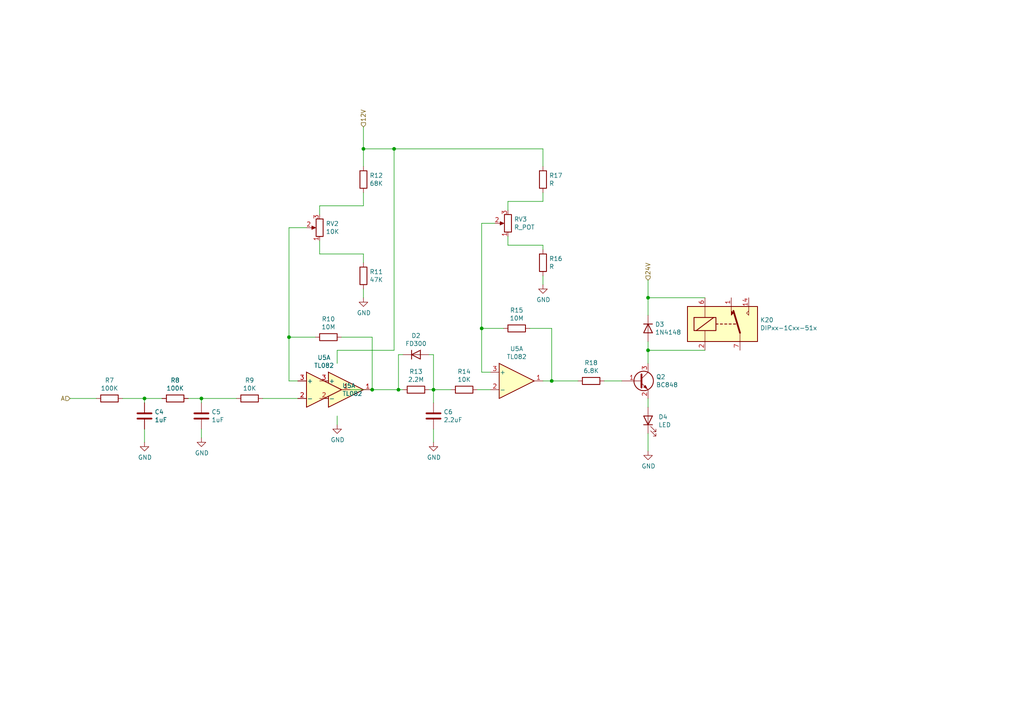
<source format=kicad_sch>
(kicad_sch (version 20210621) (generator eeschema)
  (paper "A4")
  (lib_symbols
    (symbol "Amplifier_Operational:TL082" (pin_names (offset 0.127))
      (property "Reference" "U" (at 0 5.08 0))
      (property "Value" "Amplifier_Operational_TL082" (at 0 -5.08 0))
      (symbol "TL082_1_1"
        (polyline (pts (xy -5.08 5.08) (xy 5.08 0) (xy -5.08 -5.08) (xy -5.08 5.08)) (stroke (width 0.254)) (fill (type background)))
        (pin output line (at 7.62 0 180) (length 2.54) (name "~") (number "1"))
        (pin input line (at -7.62 -2.54 0) (length 2.54) (name "-") (number "2"))
        (pin input line (at -7.62 2.54 0) (length 2.54) (name "+") (number "3"))
      )
      (symbol "TL082_2_1"
        (polyline (pts (xy -5.08 5.08) (xy 5.08 0) (xy -5.08 -5.08) (xy -5.08 5.08)) (stroke (width 0.254)) (fill (type background)))
        (pin input line (at -7.62 2.54 0) (length 2.54) (name "+") (number "5"))
        (pin input line (at -7.62 -2.54 0) (length 2.54) (name "-") (number "6"))
        (pin output line (at 7.62 0 180) (length 2.54) (name "~") (number "7"))
      )
      (symbol "TL082_3_1"
        (pin power_in line (at -2.54 -7.62 90) (length 3.81) (name "V-") (number "4"))
        (pin power_in line (at -2.54 7.62 270) (length 3.81) (name "V+") (number "8"))
      )
    )
    (symbol "Device:C" (pin_numbers hide) (pin_names (offset 0.254))
      (property "Reference" "C" (at 0.635 2.54 0))
      (property "Value" "Device_C" (at 0.635 -2.54 0))
      (symbol "C_0_1"
        (polyline (pts (xy -2.032 -0.762) (xy 2.032 -0.762)) (stroke (width 0.508)))
        (polyline (pts (xy -2.032 0.762) (xy 2.032 0.762)) (stroke (width 0.508)))
      )
      (symbol "C_1_1"
        (pin passive line (at 0 3.81 270) (length 2.794) (name "~") (number "1"))
        (pin passive line (at 0 -3.81 90) (length 2.794) (name "~") (number "2"))
      )
    )
    (symbol "Device:D" (pin_numbers hide) (pin_names (offset 1.016) hide)
      (property "Reference" "D" (at 0 2.54 0))
      (property "Value" "Device_D" (at 0 -2.54 0))
      (symbol "D_0_1"
        (polyline (pts (xy -1.27 1.27) (xy -1.27 -1.27)) (stroke (width 0.254)))
        (polyline (pts (xy 1.27 0) (xy -1.27 0)))
        (polyline (pts (xy 1.27 1.27) (xy 1.27 -1.27) (xy -1.27 0) (xy 1.27 1.27)) (stroke (width 0.254)))
      )
      (symbol "D_1_1"
        (pin passive line (at -3.81 0 0) (length 2.54) (name "K") (number "1"))
        (pin passive line (at 3.81 0 180) (length 2.54) (name "A") (number "2"))
      )
    )
    (symbol "Device:LED" (pin_numbers hide) (pin_names (offset 1.016) hide)
      (property "Reference" "D" (at 0 2.54 0))
      (property "Value" "Device_LED" (at 0 -2.54 0))
      (symbol "LED_0_1"
        (polyline (pts (xy -1.27 -1.27) (xy -1.27 1.27)) (stroke (width 0.254)))
        (polyline (pts (xy -1.27 0) (xy 1.27 0)))
        (polyline (pts (xy 1.27 -1.27) (xy 1.27 1.27) (xy -1.27 0) (xy 1.27 -1.27)) (stroke (width 0.254)))
        (polyline (pts (xy -3.048 -0.762) (xy -4.572 -2.286) (xy -3.81 -2.286) (xy -4.572 -2.286) (xy -4.572 -1.524)))
        (polyline (pts (xy -1.778 -0.762) (xy -3.302 -2.286) (xy -2.54 -2.286) (xy -3.302 -2.286) (xy -3.302 -1.524)))
      )
      (symbol "LED_1_1"
        (pin passive line (at -3.81 0 0) (length 2.54) (name "K") (number "1"))
        (pin passive line (at 3.81 0 180) (length 2.54) (name "A") (number "2"))
      )
    )
    (symbol "Device:R" (pin_numbers hide) (pin_names (offset 0))
      (property "Reference" "R" (at 2.032 0 90))
      (property "Value" "Device_R" (at 0 0 90))
      (symbol "R_0_1"
        (rectangle (start -1.016 -2.54) (end 1.016 2.54) (stroke (width 0.254)))
      )
      (symbol "R_1_1"
        (pin passive line (at 0 3.81 270) (length 1.27) (name "~") (number "1"))
        (pin passive line (at 0 -3.81 90) (length 1.27) (name "~") (number "2"))
      )
    )
    (symbol "Device:R_POT" (pin_names (offset 1.016) hide)
      (property "Reference" "RV" (at -4.445 0 90))
      (property "Value" "Device_R_POT" (at -2.54 0 90))
      (symbol "R_POT_0_1"
        (polyline (pts (xy 2.54 0) (xy 1.524 0)))
        (polyline (pts (xy 1.143 0) (xy 2.286 0.508) (xy 2.286 -0.508) (xy 1.143 0)) (fill (type outline)))
        (rectangle (start 1.016 2.54) (end -1.016 -2.54) (stroke (width 0.254)))
      )
      (symbol "R_POT_1_1"
        (pin passive line (at 0 3.81 270) (length 1.27) (name "1") (number "1"))
        (pin passive line (at 3.81 0 180) (length 1.27) (name "2") (number "2"))
        (pin passive line (at 0 -3.81 90) (length 1.27) (name "3") (number "3"))
      )
    )
    (symbol "Diode:1N4148" (pin_numbers hide) (pin_names (offset 1.016) hide)
      (property "Reference" "D" (at 0 2.54 0))
      (property "Value" "Diode_1N4148" (at 0 -2.54 0))
      (symbol "1N4148_0_1"
        (polyline (pts (xy -1.27 1.27) (xy -1.27 -1.27)) (stroke (width 0.254)))
        (polyline (pts (xy 1.27 0) (xy -1.27 0)))
        (polyline (pts (xy 1.27 1.27) (xy 1.27 -1.27) (xy -1.27 0) (xy 1.27 1.27)) (stroke (width 0.254)))
      )
      (symbol "1N4148_1_1"
        (pin passive line (at -3.81 0 0) (length 2.54) (name "K") (number "1"))
        (pin passive line (at 3.81 0 180) (length 2.54) (name "A") (number "2"))
      )
    )
    (symbol "Relay:DIPxx-1Cxx-51x"
      (property "Reference" "K" (at 11.43 3.81 0))
      (property "Value" "Relay_DIPxx-1Cxx-51x" (at 11.43 1.27 0))
      (symbol "DIPxx-1Cxx-51x_0_0"
        (polyline (pts (xy 2.54 5.08) (xy 2.54 2.54) (xy 3.175 3.175) (xy 2.54 3.81)) (fill (type outline)))
        (polyline (pts (xy 7.62 5.08) (xy 7.62 2.54) (xy 6.985 3.175) (xy 7.62 3.81)))
      )
      (symbol "DIPxx-1Cxx-51x_0_1"
        (rectangle (start -10.16 5.08) (end 10.16 -5.08) (stroke (width 0.254)) (fill (type background)))
        (rectangle (start -8.255 1.905) (end -1.905 -1.905) (stroke (width 0.254)))
        (polyline (pts (xy -7.62 -1.905) (xy -2.54 1.905)) (stroke (width 0.254)))
        (polyline (pts (xy -5.08 -5.08) (xy -5.08 -1.905)))
        (polyline (pts (xy -5.08 5.08) (xy -5.08 1.905)))
        (polyline (pts (xy -1.905 0) (xy -1.27 0)) (stroke (width 0.254)))
        (polyline (pts (xy -0.635 0) (xy 0 0)) (stroke (width 0.254)))
        (polyline (pts (xy 0.635 0) (xy 1.27 0)) (stroke (width 0.254)))
        (polyline (pts (xy 1.905 0) (xy 2.54 0)) (stroke (width 0.254)))
        (polyline (pts (xy 3.175 0) (xy 3.81 0)) (stroke (width 0.254)))
        (polyline (pts (xy 5.08 -2.54) (xy 3.175 3.81)) (stroke (width 0.508)))
        (polyline (pts (xy 5.08 -2.54) (xy 5.08 -5.08)))
      )
      (symbol "DIPxx-1Cxx-51x_1_1"
        (pin passive line (at 2.54 7.62 270) (length 2.54) (name "~") (number "1"))
        (pin passive line (at 7.62 7.62 270) (length 2.54) (name "~") (number "14"))
        (pin passive line (at -5.08 -7.62 90) (length 2.54) (name "~") (number "2"))
        (pin passive line (at -5.08 7.62 270) (length 2.54) (name "~") (number "6"))
        (pin passive line (at 5.08 -7.62 90) (length 2.54) (name "~") (number "7"))
        (pin passive line (at 5.08 -7.62 90) (length 2.54) hide (name "~") (number "8"))
      )
    )
    (symbol "Transistor_BJT:BC848" (pin_names (offset 0) hide)
      (property "Reference" "Q" (at 5.08 1.905 0))
      (property "Value" "Transistor_BJT_BC848" (at 5.08 0 0))
      (symbol "BC848_0_1"
        (polyline (pts (xy 0.635 0.635) (xy 2.54 2.54)))
        (polyline (pts (xy 0.635 -0.635) (xy 2.54 -2.54) (xy 2.54 -2.54)))
        (polyline (pts (xy 0.635 1.905) (xy 0.635 -1.905) (xy 0.635 -1.905)) (stroke (width 0.508)))
        (polyline (pts (xy 1.27 -1.778) (xy 1.778 -1.27) (xy 2.286 -2.286) (xy 1.27 -1.778) (xy 1.27 -1.778)) (fill (type outline)))
        (circle (center 1.27 0) (radius 2.8194) (stroke (width 0.254)))
      )
      (symbol "BC848_1_1"
        (pin input line (at -5.08 0 0) (length 5.715) (name "B") (number "1"))
        (pin passive line (at 2.54 -5.08 90) (length 2.54) (name "E") (number "2"))
        (pin passive line (at 2.54 5.08 270) (length 2.54) (name "C") (number "3"))
      )
    )
    (symbol "power:GND" (power) (pin_names (offset 0))
      (property "Value" "power_GND" (at 0 -3.81 0))
      (symbol "GND_0_1"
        (polyline (pts (xy 0 0) (xy 0 -1.27) (xy 1.27 -1.27) (xy 0 -2.54) (xy -1.27 -1.27) (xy 0 -1.27)))
      )
      (symbol "GND_1_1"
        (pin power_in line (at 0 0 270) (length 0) hide (name "GND") (number "1"))
      )
    )
  )
  (junction (at 41.91 115.57))
  (junction (at 187.96 101.6))
  (junction (at 125.73 113.03))
  (junction (at 105.41 43.18))
  (junction (at 83.82 97.79))
  (junction (at 115.57 113.03))
  (junction (at 107.95 113.03))
  (junction (at 160.02 110.49))
  (junction (at 187.96 86.36))
  (junction (at 114.3 43.18))
  (junction (at 139.7 95.25))
  (junction (at 58.42 115.57))
  (wire (pts (xy 88.9 66.04) (xy 83.82 66.04)))
  (wire (pts (xy 204.47 101.6) (xy 187.96 101.6)))
  (wire (pts (xy 83.82 110.49) (xy 83.82 97.79)))
  (wire (pts (xy 125.73 128.27) (xy 125.73 124.46)))
  (wire (pts (xy 92.71 73.66) (xy 105.41 73.66)))
  (wire (pts (xy 147.32 68.58) (xy 147.32 71.12)))
  (wire (pts (xy 58.42 115.57) (xy 68.58 115.57)))
  (wire (pts (xy 125.73 113.03) (xy 125.73 116.84)))
  (wire (pts (xy 105.41 86.36) (xy 105.41 83.82)))
  (wire (pts (xy 105.41 43.18) (xy 114.3 43.18)))
  (wire (pts (xy 147.32 71.12) (xy 157.48 71.12)))
  (wire (pts (xy 97.79 123.19) (xy 97.79 120.65)))
  (wire (pts (xy 54.61 115.57) (xy 58.42 115.57)))
  (wire (pts (xy 157.48 80.01) (xy 157.48 82.55)))
  (wire (pts (xy 92.71 62.23) (xy 92.71 59.69)))
  (wire (pts (xy 187.96 130.81) (xy 187.96 125.73)))
  (wire (pts (xy 114.3 43.18) (xy 157.48 43.18)))
  (wire (pts (xy 124.46 113.03) (xy 125.73 113.03)))
  (wire (pts (xy 187.96 81.28) (xy 187.96 86.36)))
  (wire (pts (xy 105.41 73.66) (xy 105.41 76.2)))
  (wire (pts (xy 83.82 66.04) (xy 83.82 97.79)))
  (wire (pts (xy 41.91 115.57) (xy 46.99 115.57)))
  (wire (pts (xy 97.79 105.41) (xy 97.79 101.6)))
  (wire (pts (xy 20.32 115.57) (xy 27.94 115.57)))
  (wire (pts (xy 175.26 110.49) (xy 180.34 110.49)))
  (wire (pts (xy 58.42 115.57) (xy 58.42 116.84)))
  (wire (pts (xy 187.96 86.36) (xy 187.96 91.44)))
  (wire (pts (xy 41.91 116.84) (xy 41.91 115.57)))
  (wire (pts (xy 157.48 43.18) (xy 157.48 48.26)))
  (wire (pts (xy 92.71 59.69) (xy 105.41 59.69)))
  (wire (pts (xy 139.7 107.95) (xy 142.24 107.95)))
  (wire (pts (xy 160.02 110.49) (xy 157.48 110.49)))
  (wire (pts (xy 167.64 110.49) (xy 160.02 110.49)))
  (wire (pts (xy 105.41 59.69) (xy 105.41 55.88)))
  (wire (pts (xy 153.67 95.25) (xy 160.02 95.25)))
  (wire (pts (xy 187.96 118.11) (xy 187.96 115.57)))
  (wire (pts (xy 139.7 64.77) (xy 139.7 95.25)))
  (wire (pts (xy 115.57 102.87) (xy 115.57 113.03)))
  (wire (pts (xy 86.36 110.49) (xy 83.82 110.49)))
  (wire (pts (xy 124.46 102.87) (xy 125.73 102.87)))
  (wire (pts (xy 138.43 113.03) (xy 142.24 113.03)))
  (wire (pts (xy 35.56 115.57) (xy 41.91 115.57)))
  (wire (pts (xy 146.05 95.25) (xy 139.7 95.25)))
  (wire (pts (xy 160.02 95.25) (xy 160.02 110.49)))
  (wire (pts (xy 105.41 43.18) (xy 105.41 48.26)))
  (wire (pts (xy 125.73 102.87) (xy 125.73 113.03)))
  (wire (pts (xy 115.57 113.03) (xy 116.84 113.03)))
  (wire (pts (xy 187.96 105.41) (xy 187.96 101.6)))
  (wire (pts (xy 147.32 60.96) (xy 147.32 58.42)))
  (wire (pts (xy 105.41 36.83) (xy 105.41 43.18)))
  (wire (pts (xy 99.06 97.79) (xy 107.95 97.79)))
  (wire (pts (xy 107.95 97.79) (xy 107.95 113.03)))
  (wire (pts (xy 139.7 95.25) (xy 139.7 107.95)))
  (wire (pts (xy 204.47 86.36) (xy 187.96 86.36)))
  (wire (pts (xy 41.91 128.27) (xy 41.91 124.46)))
  (wire (pts (xy 157.48 58.42) (xy 157.48 55.88)))
  (wire (pts (xy 107.95 113.03) (xy 101.6 113.03)))
  (wire (pts (xy 143.51 64.77) (xy 139.7 64.77)))
  (wire (pts (xy 147.32 58.42) (xy 157.48 58.42)))
  (wire (pts (xy 92.71 69.85) (xy 92.71 73.66)))
  (wire (pts (xy 58.42 127) (xy 58.42 124.46)))
  (wire (pts (xy 83.82 97.79) (xy 91.44 97.79)))
  (wire (pts (xy 157.48 71.12) (xy 157.48 72.39)))
  (wire (pts (xy 114.3 101.6) (xy 114.3 43.18)))
  (wire (pts (xy 125.73 113.03) (xy 130.81 113.03)))
  (wire (pts (xy 76.2 115.57) (xy 86.36 115.57)))
  (wire (pts (xy 116.84 102.87) (xy 115.57 102.87)))
  (wire (pts (xy 107.95 113.03) (xy 115.57 113.03)))
  (wire (pts (xy 187.96 101.6) (xy 187.96 99.06)))
  (wire (pts (xy 97.79 101.6) (xy 114.3 101.6)))
  (hierarchical_label "24V" (shape input) (at 187.96 81.28 90))
  (hierarchical_label "A" (shape input) (at 20.32 115.57 180))
  (hierarchical_label "12V" (shape input) (at 105.41 36.83 90))
  (symbol (lib_id "Device:R") (at 31.75 115.57 270)
    (property "Reference" "R7" (at 31.75 110.3122 90))
    (property "Value" "100K" (at 31.75 112.6236 90))
    (property "Footprint" "Resistor_SMD:R_0603_1608Metric_Pad0.98x0.95mm_HandSolder" (effects hide))
  )
  (symbol (lib_id "Device:C") (at 41.91 120.65 0)
    (property "Reference" "C4" (at 44.831 119.4816 0) (effects (justify left)))
    (property "Value" "1uF" (at 44.831 121.793 0) (effects (justify left)))
    (property "Footprint" "Capacitor_SMD:C_0603_1608Metric_Pad1.08x0.95mm_HandSolder" (effects hide))
  )
  (symbol (lib_id "Device:R") (at 50.8 115.57 270)
    (property "Reference" "R8" (at 50.8 110.3122 90))
    (property "Value" "100K" (at 50.8 112.6236 90))
    (property "Footprint" "Resistor_SMD:R_0603_1608Metric_Pad0.98x0.95mm_HandSolder" (effects hide))
  )
  (symbol (lib_id "Device:C") (at 58.42 120.65 0)
    (property "Reference" "C5" (at 61.341 119.4816 0) (effects (justify left)))
    (property "Value" "1uF" (at 61.341 121.793 0) (effects (justify left)))
    (property "Footprint" "Capacitor_SMD:C_0603_1608Metric_Pad1.08x0.95mm_HandSolder" (effects hide))
  )
  (symbol (lib_id "power:GND") (at 58.42 127 0)
    (property "Reference" "#PWR0116" (effects hide))
    (property "Value" "GND" (at 58.547 131.3942 0))
  )
  (symbol (lib_id "power:GND") (at 41.91 128.27 0)
    (property "Reference" "#PWR0117" (effects hide))
    (property "Value" "GND" (at 42.037 132.6642 0))
  )
  (symbol (lib_id "Device:R") (at 105.41 52.07 0)
    (property "Reference" "R12" (at 107.188 50.9016 0) (effects (justify left)))
    (property "Value" "68K" (at 107.188 53.213 0) (effects (justify left)))
    (property "Footprint" "Resistor_SMD:R_0603_1608Metric_Pad0.98x0.95mm_HandSolder" (effects hide))
  )
  (symbol (lib_id "power:GND") (at 105.41 86.36 0)
    (property "Reference" "#PWR0118" (effects hide))
    (property "Value" "GND" (at 105.537 90.7542 0))
  )
  (symbol (lib_id "Relay:DIPxx-1Cxx-51x") (at 209.55 93.98 0)
    (property "Reference" "K20" (at 220.472 92.8116 0) (effects (justify left)))
    (property "Value" "DIPxx-1Cxx-51x" (at 220.472 95.123 0) (effects (justify left)))
    (property "Footprint" "Relay_THT:Relay_StandexMeder_DIP_LowProfile" (effects hide))
    (property "Datasheet" "https://standexelectronics.com/wp-content/uploads/datasheet_reed_relay_DIP.pdf" (effects hide))
  )
  (symbol (lib_id "Device:R") (at 120.65 113.03 270)
    (property "Reference" "R13" (at 120.65 107.7722 90))
    (property "Value" "2.2M" (at 120.65 110.0836 90))
    (property "Footprint" "Resistor_SMD:R_0603_1608Metric_Pad0.98x0.95mm_HandSolder" (effects hide))
  )
  (symbol (lib_id "Device:D") (at 120.65 102.87 0)
    (property "Reference" "D2" (at 120.65 97.3582 0))
    (property "Value" "FD300" (at 120.65 99.6696 0))
    (property "Footprint" "Diode_SMD:D_0603_1608Metric_Pad1.05x0.95mm_HandSolder" (effects hide))
  )
  (symbol (lib_id "Device:C") (at 125.73 120.65 0)
    (property "Reference" "C6" (at 128.651 119.4816 0) (effects (justify left)))
    (property "Value" "2.2uF" (at 128.651 121.793 0) (effects (justify left)))
    (property "Footprint" "Capacitor_SMD:C_0603_1608Metric_Pad1.08x0.95mm_HandSolder" (effects hide))
  )
  (symbol (lib_id "Device:R") (at 134.62 113.03 270)
    (property "Reference" "R14" (at 134.62 107.7722 90))
    (property "Value" "10K" (at 134.62 110.0836 90))
    (property "Footprint" "Resistor_SMD:R_0603_1608Metric_Pad0.98x0.95mm_HandSolder" (effects hide))
  )
  (symbol (lib_id "Device:R") (at 149.86 95.25 270)
    (property "Reference" "R15" (at 149.86 89.9922 90))
    (property "Value" "10M" (at 149.86 92.3036 90))
    (property "Footprint" "Resistor_SMD:R_0603_1608Metric_Pad0.98x0.95mm_HandSolder" (effects hide))
  )
  (symbol (lib_id "Device:R_POT") (at 147.32 64.77 180)
    (property "Reference" "RV3" (at 149.098 63.6016 0) (effects (justify right)))
    (property "Value" "R_POT" (at 149.098 65.913 0) (effects (justify right)))
    (property "Footprint" "Potentiometer_SMD:Potentiometer_Vishay_TS53YL_Vertical" (effects hide))
    (property "Datasheet" "https://www.vishay.com/docs/51008/ts53.pdf" (effects hide))
  )
  (symbol (lib_id "Device:R") (at 157.48 76.2 0)
    (property "Reference" "R16" (at 159.258 75.0316 0) (effects (justify left)))
    (property "Value" "R" (at 159.258 77.343 0) (effects (justify left)))
    (property "Footprint" "Resistor_SMD:R_0603_1608Metric_Pad0.98x0.95mm_HandSolder" (effects hide))
  )
  (symbol (lib_id "power:GND") (at 125.73 128.27 0)
    (property "Reference" "#PWR0120" (effects hide))
    (property "Value" "GND" (at 125.857 132.6642 0))
  )
  (symbol (lib_id "Amplifier_Operational:TL082") (at 100.33 113.03 0)
    (property "Reference" "U5" (at 99.2632 111.8616 0) (effects (justify left)))
    (property "Value" "TL082" (at 99.2632 114.173 0) (effects (justify left)))
    (property "Footprint" "Package_SO:SOIC-8-1EP_3.9x4.9mm_P1.27mm_EP2.29x3mm" (effects hide))
    (property "Datasheet" "https://www.digikey.com/es/products/detail/texas-instruments/TL082CDE4/13472954" (effects hide))
  )
  (symbol (lib_id "power:GND") (at 97.79 123.19 0)
    (property "Reference" "#PWR0121" (effects hide))
    (property "Value" "GND" (at 97.917 127.5842 0))
  )
  (symbol (lib_id "Device:R") (at 171.45 110.49 90)
    (property "Reference" "R18" (at 171.45 105.2322 90))
    (property "Value" "6.8K" (at 171.45 107.5436 90))
    (property "Footprint" "Resistor_SMD:R_0603_1608Metric_Pad0.98x0.95mm_HandSolder" (effects hide))
  )
  (symbol (lib_id "Device:R") (at 72.39 115.57 270)
    (property "Reference" "R9" (at 72.39 110.3122 90))
    (property "Value" "10K" (at 72.39 112.6236 90))
    (property "Footprint" "Resistor_SMD:R_0603_1608Metric_Pad0.98x0.95mm_HandSolder" (effects hide))
  )
  (symbol (lib_id "Amplifier_Operational:TL082") (at 149.86 110.49 0)
    (property "Reference" "U5" (at 149.86 101.1682 0))
    (property "Value" "TL082" (at 149.86 103.4796 0))
    (property "Footprint" "Package_SO:SOIC-8-1EP_3.9x4.9mm_P1.27mm_EP2.29x3mm" (effects hide))
    (property "Datasheet" "https://www.digikey.com/es/products/detail/texas-instruments/TL082CDE4/13472954" (effects hide))
  )
  (symbol (lib_id "Amplifier_Operational:TL082") (at 93.98 113.03 0)
    (property "Reference" "U5" (at 93.98 103.7082 0))
    (property "Value" "TL082" (at 93.98 106.0196 0))
    (property "Footprint" "Package_SO:SOIC-8-1EP_3.9x4.9mm_P1.27mm_EP2.29x3mm" (effects hide))
    (property "Datasheet" "https://www.digikey.com/es/products/detail/texas-instruments/TL082CDE4/13472954" (effects hide))
  )
  (symbol (lib_id "Device:R") (at 95.25 97.79 270)
    (property "Reference" "R10" (at 95.25 92.5322 90))
    (property "Value" "10M" (at 95.25 94.8436 90))
    (property "Footprint" "Resistor_SMD:R_0603_1608Metric_Pad0.98x0.95mm_HandSolder" (effects hide))
  )
  (symbol (lib_id "Device:R_POT") (at 92.71 66.04 180)
    (property "Reference" "RV2" (at 94.488 64.8716 0) (effects (justify right)))
    (property "Value" "10K" (at 94.488 67.183 0) (effects (justify right)))
    (property "Footprint" "Potentiometer_SMD:Potentiometer_Vishay_TS53YL_Vertical" (effects hide))
    (property "Datasheet" "https://www.vishay.com/docs/51008/ts53.pdf" (effects hide))
  )
  (symbol (lib_id "Device:R") (at 105.41 80.01 0)
    (property "Reference" "R11" (at 107.188 78.8416 0) (effects (justify left)))
    (property "Value" "47K" (at 107.188 81.153 0) (effects (justify left)))
    (property "Footprint" "Resistor_SMD:R_0603_1608Metric_Pad0.98x0.95mm_HandSolder" (effects hide))
  )
  (symbol (lib_id "Device:R") (at 157.48 52.07 0)
    (property "Reference" "R17" (at 159.258 50.9016 0) (effects (justify left)))
    (property "Value" "R" (at 159.258 53.213 0) (effects (justify left)))
    (property "Footprint" "Resistor_SMD:R_0603_1608Metric_Pad0.98x0.95mm_HandSolder" (effects hide))
  )
  (symbol (lib_id "power:GND") (at 157.48 82.55 0)
    (property "Reference" "#PWR0119" (effects hide))
    (property "Value" "GND" (at 157.607 86.9442 0))
  )
  (symbol (lib_id "Transistor_BJT:BC848") (at 185.42 110.49 0)
    (property "Reference" "Q2" (at 190.2714 109.3216 0) (effects (justify left)))
    (property "Value" "BC848" (at 190.2714 111.633 0) (effects (justify left)))
    (property "Footprint" "Package_TO_SOT_SMD:SOT-23" (effects hide))
    (property "Datasheet" "http://www.infineon.com/dgdl/Infineon-BC847SERIES_BC848SERIES_BC849SERIES_BC850SERIES-DS-v01_01-en.pdf?fileId=db3a304314dca389011541d4630a1657" (effects hide))
  )
  (symbol (lib_id "Device:LED") (at 187.96 121.92 90)
    (property "Reference" "D4" (at 190.9572 120.9294 90) (effects (justify right)))
    (property "Value" "LED" (at 190.9572 123.2408 90) (effects (justify right)))
    (property "Footprint" "LED_SMD:LED_1206_3216Metric" (effects hide))
    (property "Datasheet" "https://www.aopled.com/AOP_PDFs/L152L-LIC.pdf" (effects hide))
  )
  (symbol (lib_id "power:GND") (at 187.96 130.81 0)
    (property "Reference" "#PWR0122" (effects hide))
    (property "Value" "GND" (at 188.087 135.2042 0))
  )
  (symbol (lib_id "Diode:1N4148") (at 187.96 95.25 270)
    (property "Reference" "D3" (at 189.992 94.0816 90) (effects (justify left)))
    (property "Value" "1N4148" (at 189.992 96.393 90) (effects (justify left)))
    (property "Footprint" "Diode_SMD:D_SOD-323" (effects hide))
    (property "Datasheet" "https://www.diodes.com/assets/Datasheets/1N4148WSF.pdf" (effects hide))
  )
)
</source>
